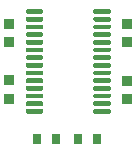
<source format=gbr>
%TF.GenerationSoftware,KiCad,Pcbnew,(5.1.8-0-10_14)*%
%TF.CreationDate,2021-08-04T22:04:29-04:00*%
%TF.ProjectId,MyTPM,4d795450-4d2e-46b6-9963-61645f706362,rev?*%
%TF.SameCoordinates,Original*%
%TF.FileFunction,Paste,Top*%
%TF.FilePolarity,Positive*%
%FSLAX46Y46*%
G04 Gerber Fmt 4.6, Leading zero omitted, Abs format (unit mm)*
G04 Created by KiCad (PCBNEW (5.1.8-0-10_14)) date 2021-08-04 22:04:29*
%MOMM*%
%LPD*%
G01*
G04 APERTURE LIST*
%ADD10R,0.970000X0.920000*%
%ADD11R,0.790000X0.930000*%
G04 APERTURE END LIST*
D10*
%TO.C,C4*%
X145666460Y-75859940D03*
X145666460Y-74309940D03*
%TD*%
%TO.C,U1*%
G36*
G01*
X154290580Y-81605160D02*
X154290580Y-81805160D01*
G75*
G02*
X154190580Y-81905160I-100000J0D01*
G01*
X152915580Y-81905160D01*
G75*
G02*
X152815580Y-81805160I0J100000D01*
G01*
X152815580Y-81605160D01*
G75*
G02*
X152915580Y-81505160I100000J0D01*
G01*
X154190580Y-81505160D01*
G75*
G02*
X154290580Y-81605160I0J-100000D01*
G01*
G37*
G36*
G01*
X154290580Y-80955160D02*
X154290580Y-81155160D01*
G75*
G02*
X154190580Y-81255160I-100000J0D01*
G01*
X152915580Y-81255160D01*
G75*
G02*
X152815580Y-81155160I0J100000D01*
G01*
X152815580Y-80955160D01*
G75*
G02*
X152915580Y-80855160I100000J0D01*
G01*
X154190580Y-80855160D01*
G75*
G02*
X154290580Y-80955160I0J-100000D01*
G01*
G37*
G36*
G01*
X154290580Y-80305160D02*
X154290580Y-80505160D01*
G75*
G02*
X154190580Y-80605160I-100000J0D01*
G01*
X152915580Y-80605160D01*
G75*
G02*
X152815580Y-80505160I0J100000D01*
G01*
X152815580Y-80305160D01*
G75*
G02*
X152915580Y-80205160I100000J0D01*
G01*
X154190580Y-80205160D01*
G75*
G02*
X154290580Y-80305160I0J-100000D01*
G01*
G37*
G36*
G01*
X154290580Y-79655160D02*
X154290580Y-79855160D01*
G75*
G02*
X154190580Y-79955160I-100000J0D01*
G01*
X152915580Y-79955160D01*
G75*
G02*
X152815580Y-79855160I0J100000D01*
G01*
X152815580Y-79655160D01*
G75*
G02*
X152915580Y-79555160I100000J0D01*
G01*
X154190580Y-79555160D01*
G75*
G02*
X154290580Y-79655160I0J-100000D01*
G01*
G37*
G36*
G01*
X154290580Y-79005160D02*
X154290580Y-79205160D01*
G75*
G02*
X154190580Y-79305160I-100000J0D01*
G01*
X152915580Y-79305160D01*
G75*
G02*
X152815580Y-79205160I0J100000D01*
G01*
X152815580Y-79005160D01*
G75*
G02*
X152915580Y-78905160I100000J0D01*
G01*
X154190580Y-78905160D01*
G75*
G02*
X154290580Y-79005160I0J-100000D01*
G01*
G37*
G36*
G01*
X154290580Y-78355160D02*
X154290580Y-78555160D01*
G75*
G02*
X154190580Y-78655160I-100000J0D01*
G01*
X152915580Y-78655160D01*
G75*
G02*
X152815580Y-78555160I0J100000D01*
G01*
X152815580Y-78355160D01*
G75*
G02*
X152915580Y-78255160I100000J0D01*
G01*
X154190580Y-78255160D01*
G75*
G02*
X154290580Y-78355160I0J-100000D01*
G01*
G37*
G36*
G01*
X154290580Y-77705160D02*
X154290580Y-77905160D01*
G75*
G02*
X154190580Y-78005160I-100000J0D01*
G01*
X152915580Y-78005160D01*
G75*
G02*
X152815580Y-77905160I0J100000D01*
G01*
X152815580Y-77705160D01*
G75*
G02*
X152915580Y-77605160I100000J0D01*
G01*
X154190580Y-77605160D01*
G75*
G02*
X154290580Y-77705160I0J-100000D01*
G01*
G37*
G36*
G01*
X154290580Y-77055160D02*
X154290580Y-77255160D01*
G75*
G02*
X154190580Y-77355160I-100000J0D01*
G01*
X152915580Y-77355160D01*
G75*
G02*
X152815580Y-77255160I0J100000D01*
G01*
X152815580Y-77055160D01*
G75*
G02*
X152915580Y-76955160I100000J0D01*
G01*
X154190580Y-76955160D01*
G75*
G02*
X154290580Y-77055160I0J-100000D01*
G01*
G37*
G36*
G01*
X154290580Y-76405160D02*
X154290580Y-76605160D01*
G75*
G02*
X154190580Y-76705160I-100000J0D01*
G01*
X152915580Y-76705160D01*
G75*
G02*
X152815580Y-76605160I0J100000D01*
G01*
X152815580Y-76405160D01*
G75*
G02*
X152915580Y-76305160I100000J0D01*
G01*
X154190580Y-76305160D01*
G75*
G02*
X154290580Y-76405160I0J-100000D01*
G01*
G37*
G36*
G01*
X154290580Y-75755160D02*
X154290580Y-75955160D01*
G75*
G02*
X154190580Y-76055160I-100000J0D01*
G01*
X152915580Y-76055160D01*
G75*
G02*
X152815580Y-75955160I0J100000D01*
G01*
X152815580Y-75755160D01*
G75*
G02*
X152915580Y-75655160I100000J0D01*
G01*
X154190580Y-75655160D01*
G75*
G02*
X154290580Y-75755160I0J-100000D01*
G01*
G37*
G36*
G01*
X154290580Y-75105160D02*
X154290580Y-75305160D01*
G75*
G02*
X154190580Y-75405160I-100000J0D01*
G01*
X152915580Y-75405160D01*
G75*
G02*
X152815580Y-75305160I0J100000D01*
G01*
X152815580Y-75105160D01*
G75*
G02*
X152915580Y-75005160I100000J0D01*
G01*
X154190580Y-75005160D01*
G75*
G02*
X154290580Y-75105160I0J-100000D01*
G01*
G37*
G36*
G01*
X154290580Y-74455160D02*
X154290580Y-74655160D01*
G75*
G02*
X154190580Y-74755160I-100000J0D01*
G01*
X152915580Y-74755160D01*
G75*
G02*
X152815580Y-74655160I0J100000D01*
G01*
X152815580Y-74455160D01*
G75*
G02*
X152915580Y-74355160I100000J0D01*
G01*
X154190580Y-74355160D01*
G75*
G02*
X154290580Y-74455160I0J-100000D01*
G01*
G37*
G36*
G01*
X154290580Y-73805160D02*
X154290580Y-74005160D01*
G75*
G02*
X154190580Y-74105160I-100000J0D01*
G01*
X152915580Y-74105160D01*
G75*
G02*
X152815580Y-74005160I0J100000D01*
G01*
X152815580Y-73805160D01*
G75*
G02*
X152915580Y-73705160I100000J0D01*
G01*
X154190580Y-73705160D01*
G75*
G02*
X154290580Y-73805160I0J-100000D01*
G01*
G37*
G36*
G01*
X154290580Y-73155160D02*
X154290580Y-73355160D01*
G75*
G02*
X154190580Y-73455160I-100000J0D01*
G01*
X152915580Y-73455160D01*
G75*
G02*
X152815580Y-73355160I0J100000D01*
G01*
X152815580Y-73155160D01*
G75*
G02*
X152915580Y-73055160I100000J0D01*
G01*
X154190580Y-73055160D01*
G75*
G02*
X154290580Y-73155160I0J-100000D01*
G01*
G37*
G36*
G01*
X148565580Y-73155160D02*
X148565580Y-73355160D01*
G75*
G02*
X148465580Y-73455160I-100000J0D01*
G01*
X147190580Y-73455160D01*
G75*
G02*
X147090580Y-73355160I0J100000D01*
G01*
X147090580Y-73155160D01*
G75*
G02*
X147190580Y-73055160I100000J0D01*
G01*
X148465580Y-73055160D01*
G75*
G02*
X148565580Y-73155160I0J-100000D01*
G01*
G37*
G36*
G01*
X148565580Y-73805160D02*
X148565580Y-74005160D01*
G75*
G02*
X148465580Y-74105160I-100000J0D01*
G01*
X147190580Y-74105160D01*
G75*
G02*
X147090580Y-74005160I0J100000D01*
G01*
X147090580Y-73805160D01*
G75*
G02*
X147190580Y-73705160I100000J0D01*
G01*
X148465580Y-73705160D01*
G75*
G02*
X148565580Y-73805160I0J-100000D01*
G01*
G37*
G36*
G01*
X148565580Y-74455160D02*
X148565580Y-74655160D01*
G75*
G02*
X148465580Y-74755160I-100000J0D01*
G01*
X147190580Y-74755160D01*
G75*
G02*
X147090580Y-74655160I0J100000D01*
G01*
X147090580Y-74455160D01*
G75*
G02*
X147190580Y-74355160I100000J0D01*
G01*
X148465580Y-74355160D01*
G75*
G02*
X148565580Y-74455160I0J-100000D01*
G01*
G37*
G36*
G01*
X148565580Y-75105160D02*
X148565580Y-75305160D01*
G75*
G02*
X148465580Y-75405160I-100000J0D01*
G01*
X147190580Y-75405160D01*
G75*
G02*
X147090580Y-75305160I0J100000D01*
G01*
X147090580Y-75105160D01*
G75*
G02*
X147190580Y-75005160I100000J0D01*
G01*
X148465580Y-75005160D01*
G75*
G02*
X148565580Y-75105160I0J-100000D01*
G01*
G37*
G36*
G01*
X148565580Y-75755160D02*
X148565580Y-75955160D01*
G75*
G02*
X148465580Y-76055160I-100000J0D01*
G01*
X147190580Y-76055160D01*
G75*
G02*
X147090580Y-75955160I0J100000D01*
G01*
X147090580Y-75755160D01*
G75*
G02*
X147190580Y-75655160I100000J0D01*
G01*
X148465580Y-75655160D01*
G75*
G02*
X148565580Y-75755160I0J-100000D01*
G01*
G37*
G36*
G01*
X148565580Y-76405160D02*
X148565580Y-76605160D01*
G75*
G02*
X148465580Y-76705160I-100000J0D01*
G01*
X147190580Y-76705160D01*
G75*
G02*
X147090580Y-76605160I0J100000D01*
G01*
X147090580Y-76405160D01*
G75*
G02*
X147190580Y-76305160I100000J0D01*
G01*
X148465580Y-76305160D01*
G75*
G02*
X148565580Y-76405160I0J-100000D01*
G01*
G37*
G36*
G01*
X148565580Y-77055160D02*
X148565580Y-77255160D01*
G75*
G02*
X148465580Y-77355160I-100000J0D01*
G01*
X147190580Y-77355160D01*
G75*
G02*
X147090580Y-77255160I0J100000D01*
G01*
X147090580Y-77055160D01*
G75*
G02*
X147190580Y-76955160I100000J0D01*
G01*
X148465580Y-76955160D01*
G75*
G02*
X148565580Y-77055160I0J-100000D01*
G01*
G37*
G36*
G01*
X148565580Y-77705160D02*
X148565580Y-77905160D01*
G75*
G02*
X148465580Y-78005160I-100000J0D01*
G01*
X147190580Y-78005160D01*
G75*
G02*
X147090580Y-77905160I0J100000D01*
G01*
X147090580Y-77705160D01*
G75*
G02*
X147190580Y-77605160I100000J0D01*
G01*
X148465580Y-77605160D01*
G75*
G02*
X148565580Y-77705160I0J-100000D01*
G01*
G37*
G36*
G01*
X148565580Y-78355160D02*
X148565580Y-78555160D01*
G75*
G02*
X148465580Y-78655160I-100000J0D01*
G01*
X147190580Y-78655160D01*
G75*
G02*
X147090580Y-78555160I0J100000D01*
G01*
X147090580Y-78355160D01*
G75*
G02*
X147190580Y-78255160I100000J0D01*
G01*
X148465580Y-78255160D01*
G75*
G02*
X148565580Y-78355160I0J-100000D01*
G01*
G37*
G36*
G01*
X148565580Y-79005160D02*
X148565580Y-79205160D01*
G75*
G02*
X148465580Y-79305160I-100000J0D01*
G01*
X147190580Y-79305160D01*
G75*
G02*
X147090580Y-79205160I0J100000D01*
G01*
X147090580Y-79005160D01*
G75*
G02*
X147190580Y-78905160I100000J0D01*
G01*
X148465580Y-78905160D01*
G75*
G02*
X148565580Y-79005160I0J-100000D01*
G01*
G37*
G36*
G01*
X148565580Y-79655160D02*
X148565580Y-79855160D01*
G75*
G02*
X148465580Y-79955160I-100000J0D01*
G01*
X147190580Y-79955160D01*
G75*
G02*
X147090580Y-79855160I0J100000D01*
G01*
X147090580Y-79655160D01*
G75*
G02*
X147190580Y-79555160I100000J0D01*
G01*
X148465580Y-79555160D01*
G75*
G02*
X148565580Y-79655160I0J-100000D01*
G01*
G37*
G36*
G01*
X148565580Y-80305160D02*
X148565580Y-80505160D01*
G75*
G02*
X148465580Y-80605160I-100000J0D01*
G01*
X147190580Y-80605160D01*
G75*
G02*
X147090580Y-80505160I0J100000D01*
G01*
X147090580Y-80305160D01*
G75*
G02*
X147190580Y-80205160I100000J0D01*
G01*
X148465580Y-80205160D01*
G75*
G02*
X148565580Y-80305160I0J-100000D01*
G01*
G37*
G36*
G01*
X148565580Y-80955160D02*
X148565580Y-81155160D01*
G75*
G02*
X148465580Y-81255160I-100000J0D01*
G01*
X147190580Y-81255160D01*
G75*
G02*
X147090580Y-81155160I0J100000D01*
G01*
X147090580Y-80955160D01*
G75*
G02*
X147190580Y-80855160I100000J0D01*
G01*
X148465580Y-80855160D01*
G75*
G02*
X148565580Y-80955160I0J-100000D01*
G01*
G37*
G36*
G01*
X148565580Y-81605160D02*
X148565580Y-81805160D01*
G75*
G02*
X148465580Y-81905160I-100000J0D01*
G01*
X147190580Y-81905160D01*
G75*
G02*
X147090580Y-81805160I0J100000D01*
G01*
X147090580Y-81605160D01*
G75*
G02*
X147190580Y-81505160I100000J0D01*
G01*
X148465580Y-81505160D01*
G75*
G02*
X148565580Y-81605160I0J-100000D01*
G01*
G37*
%TD*%
D11*
%TO.C,R2*%
X148036700Y-84046060D03*
X149676700Y-84046060D03*
%TD*%
%TO.C,R1*%
X153141260Y-84046060D03*
X151501260Y-84046060D03*
%TD*%
D10*
%TO.C,C3*%
X145666460Y-79085140D03*
X145666460Y-80635140D03*
%TD*%
%TO.C,C2*%
X155648660Y-75870100D03*
X155648660Y-74320100D03*
%TD*%
%TO.C,C1*%
X155661360Y-79113080D03*
X155661360Y-80663080D03*
%TD*%
M02*

</source>
